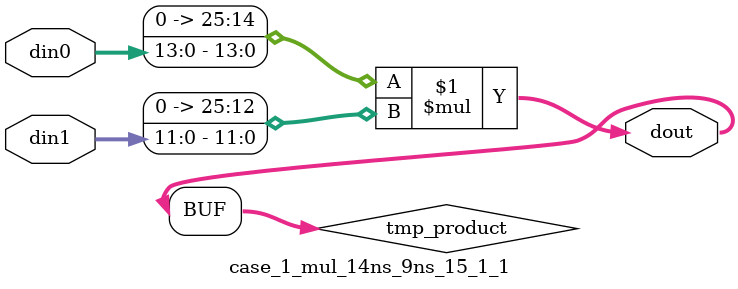
<source format=v>

`timescale 1 ns / 1 ps

 (* use_dsp = "no" *)  module case_1_mul_14ns_9ns_15_1_1(din0, din1, dout);
parameter ID = 1;
parameter NUM_STAGE = 0;
parameter din0_WIDTH = 14;
parameter din1_WIDTH = 12;
parameter dout_WIDTH = 26;

input [din0_WIDTH - 1 : 0] din0; 
input [din1_WIDTH - 1 : 0] din1; 
output [dout_WIDTH - 1 : 0] dout;

wire signed [dout_WIDTH - 1 : 0] tmp_product;
























assign tmp_product = $signed({1'b0, din0}) * $signed({1'b0, din1});











assign dout = tmp_product;





















endmodule

</source>
